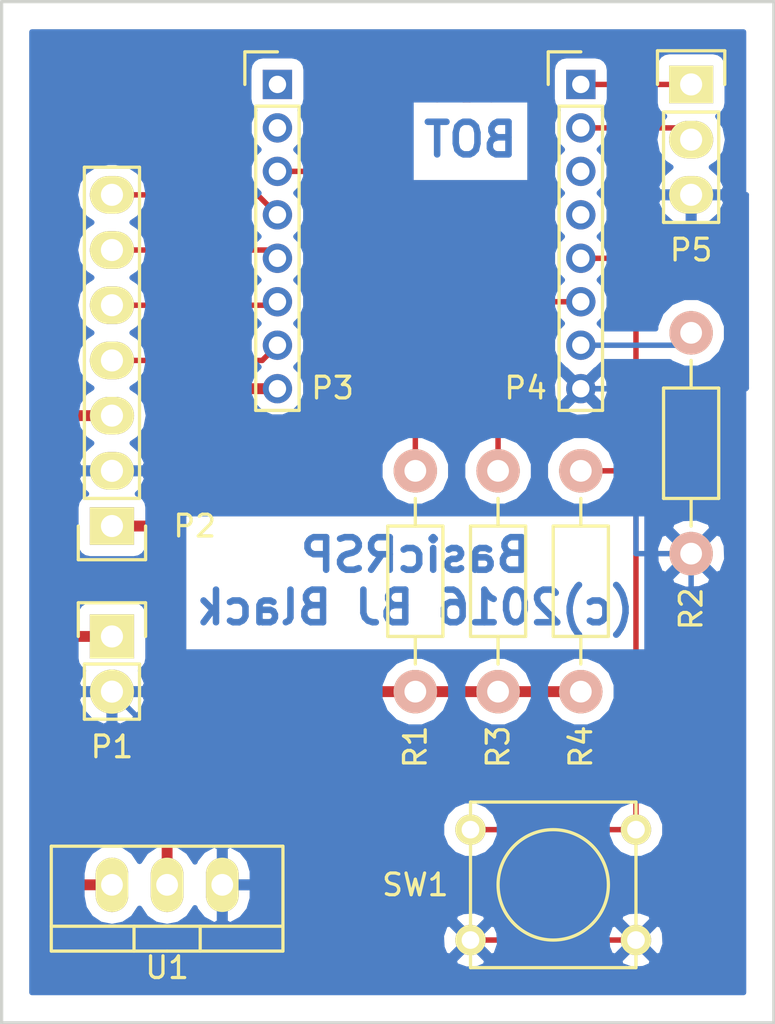
<source format=kicad_pcb>
(kicad_pcb (version 4) (host pcbnew 4.0.4+dfsg1-stable)

  (general
    (links 26)
    (no_connects 0)
    (area 106.604999 73.584999 142.315001 120.725001)
    (thickness 1.6)
    (drawings 7)
    (tracks 53)
    (zones 0)
    (modules 11)
    (nets 18)
  )

  (page A4)
  (layers
    (0 F.Cu signal)
    (31 B.Cu signal)
    (32 B.Adhes user)
    (33 F.Adhes user)
    (34 B.Paste user)
    (35 F.Paste user)
    (36 B.SilkS user)
    (37 F.SilkS user)
    (38 B.Mask user)
    (39 F.Mask user)
    (40 Dwgs.User user)
    (41 Cmts.User user)
    (42 Eco1.User user)
    (43 Eco2.User user)
    (44 Edge.Cuts user)
    (45 Margin user)
    (46 B.CrtYd user)
    (47 F.CrtYd user)
    (48 B.Fab user)
    (49 F.Fab user)
  )

  (setup
    (last_trace_width 0.25)
    (trace_clearance 0.2)
    (zone_clearance 0.508)
    (zone_45_only no)
    (trace_min 0.2)
    (segment_width 0.2)
    (edge_width 0.15)
    (via_size 0.6)
    (via_drill 0.4)
    (via_min_size 0.4)
    (via_min_drill 0.3)
    (uvia_size 0.3)
    (uvia_drill 0.1)
    (uvias_allowed no)
    (uvia_min_size 0.2)
    (uvia_min_drill 0.1)
    (pcb_text_width 0.3)
    (pcb_text_size 1.5 1.5)
    (mod_edge_width 0.15)
    (mod_text_size 1 1)
    (mod_text_width 0.15)
    (pad_size 1.524 1.524)
    (pad_drill 0.762)
    (pad_to_mask_clearance 0.2)
    (aux_axis_origin 106.68 73.66)
    (visible_elements FFFEFF7F)
    (pcbplotparams
      (layerselection 0x010e0_80000001)
      (usegerberextensions false)
      (excludeedgelayer true)
      (linewidth 0.100000)
      (plotframeref false)
      (viasonmask false)
      (mode 1)
      (useauxorigin false)
      (hpglpennumber 1)
      (hpglpenspeed 20)
      (hpglpendiameter 15)
      (hpglpenoverlay 2)
      (psnegative false)
      (psa4output false)
      (plotreference true)
      (plotvalue true)
      (plotinvisibletext false)
      (padsonsilk false)
      (subtractmaskfromsilk false)
      (outputformat 1)
      (mirror false)
      (drillshape 0)
      (scaleselection 1)
      (outputdirectory basicesp.wjblack.com.rev.1.0b))
  )

  (net 0 "")
  (net 1 +5V)
  (net 2 GND)
  (net 3 +3V3)
  (net 4 "Net-(P2-Pad4)")
  (net 5 "Net-(P2-Pad5)")
  (net 6 "Net-(P2-Pad6)")
  (net 7 "Net-(P2-Pad7)")
  (net 8 "Net-(P3-Pad1)")
  (net 9 "Net-(P3-Pad2)")
  (net 10 "Net-(P3-Pad3)")
  (net 11 "Net-(P4-Pad1)")
  (net 12 "Net-(P4-Pad2)")
  (net 13 "Net-(P4-Pad3)")
  (net 14 "Net-(P4-Pad4)")
  (net 15 "Net-(P4-Pad5)")
  (net 16 "Net-(P4-Pad6)")
  (net 17 "Net-(P4-Pad7)")

  (net_class Default "This is the default net class."
    (clearance 0.2)
    (trace_width 0.25)
    (via_dia 0.6)
    (via_drill 0.4)
    (uvia_dia 0.3)
    (uvia_drill 0.1)
    (add_net GND)
    (add_net "Net-(P2-Pad4)")
    (add_net "Net-(P2-Pad5)")
    (add_net "Net-(P2-Pad6)")
    (add_net "Net-(P2-Pad7)")
    (add_net "Net-(P3-Pad1)")
    (add_net "Net-(P3-Pad2)")
    (add_net "Net-(P3-Pad3)")
    (add_net "Net-(P4-Pad1)")
    (add_net "Net-(P4-Pad2)")
    (add_net "Net-(P4-Pad3)")
    (add_net "Net-(P4-Pad4)")
    (add_net "Net-(P4-Pad5)")
    (add_net "Net-(P4-Pad6)")
    (add_net "Net-(P4-Pad7)")
  )

  (net_class POW ""
    (clearance 0.2)
    (trace_width 0.5)
    (via_dia 0.6)
    (via_drill 0.4)
    (uvia_dia 0.3)
    (uvia_drill 0.1)
    (add_net +3V3)
    (add_net +5V)
  )

  (module TO_SOT_Packages_THT:TO-220_Neutral123_Vertical (layer F.Cu) (tedit 5852E819) (tstamp 585B89F9)
    (at 114.3 114.3 180)
    (descr "TO-220, Neutral, Vertical,")
    (tags "TO-220, Neutral, Vertical,")
    (path /5852E498)
    (fp_text reference U1 (at 0 -3.81 180) (layer F.SilkS)
      (effects (font (size 1 1) (thickness 0.15)))
    )
    (fp_text value LM1117-3.3 (at 0 3.81 180) (layer F.Fab)
      (effects (font (size 1 1) (thickness 0.15)))
    )
    (fp_line (start -1.524 -3.048) (end -1.524 -1.905) (layer F.SilkS) (width 0.15))
    (fp_line (start 1.524 -3.048) (end 1.524 -1.905) (layer F.SilkS) (width 0.15))
    (fp_line (start 5.334 -1.905) (end 5.334 1.778) (layer F.SilkS) (width 0.15))
    (fp_line (start 5.334 1.778) (end -5.334 1.778) (layer F.SilkS) (width 0.15))
    (fp_line (start -5.334 1.778) (end -5.334 -1.905) (layer F.SilkS) (width 0.15))
    (fp_line (start 5.334 -3.048) (end 5.334 -1.905) (layer F.SilkS) (width 0.15))
    (fp_line (start 5.334 -1.905) (end -5.334 -1.905) (layer F.SilkS) (width 0.15))
    (fp_line (start -5.334 -1.905) (end -5.334 -3.048) (layer F.SilkS) (width 0.15))
    (fp_line (start 0 -3.048) (end -5.334 -3.048) (layer F.SilkS) (width 0.15))
    (fp_line (start 0 -3.048) (end 5.334 -3.048) (layer F.SilkS) (width 0.15))
    (pad 2 thru_hole oval (at 0 0 270) (size 2.49936 1.50114) (drill 1.00076) (layers *.Cu *.Mask F.SilkS)
      (net 3 +3V3))
    (pad 1 thru_hole oval (at -2.54 0 270) (size 2.49936 1.50114) (drill 1.00076) (layers *.Cu *.Mask F.SilkS)
      (net 2 GND))
    (pad 3 thru_hole oval (at 2.54 0 270) (size 2.49936 1.50114) (drill 1.00076) (layers *.Cu *.Mask F.SilkS)
      (net 1 +5V))
    (model TO_SOT_Packages_THT.3dshapes/TO-220_Neutral123_Vertical.wrl
      (at (xyz 0 0 0))
      (scale (xyz 0.3937 0.3937 0.3937))
      (rotate (xyz 0 0 0))
    )
  )

  (module Pin_Headers:Pin_Header_Straight_1x02 (layer F.Cu) (tedit 58536231) (tstamp 585B89A8)
    (at 111.76 102.87)
    (descr "Through hole pin header")
    (tags "pin header")
    (path /5852E529)
    (fp_text reference P1 (at 0 5.08) (layer F.SilkS)
      (effects (font (size 1 1) (thickness 0.15)))
    )
    (fp_text value CONN_01X02 (at 2.54 -2.54) (layer F.Fab)
      (effects (font (size 1 1) (thickness 0.15)))
    )
    (fp_line (start 1.27 1.27) (end 1.27 3.81) (layer F.SilkS) (width 0.15))
    (fp_line (start 1.55 -1.55) (end 1.55 0) (layer F.SilkS) (width 0.15))
    (fp_line (start -1.75 -1.75) (end -1.75 4.3) (layer F.CrtYd) (width 0.05))
    (fp_line (start 1.75 -1.75) (end 1.75 4.3) (layer F.CrtYd) (width 0.05))
    (fp_line (start -1.75 -1.75) (end 1.75 -1.75) (layer F.CrtYd) (width 0.05))
    (fp_line (start -1.75 4.3) (end 1.75 4.3) (layer F.CrtYd) (width 0.05))
    (fp_line (start 1.27 1.27) (end -1.27 1.27) (layer F.SilkS) (width 0.15))
    (fp_line (start -1.55 0) (end -1.55 -1.55) (layer F.SilkS) (width 0.15))
    (fp_line (start -1.55 -1.55) (end 1.55 -1.55) (layer F.SilkS) (width 0.15))
    (fp_line (start -1.27 1.27) (end -1.27 3.81) (layer F.SilkS) (width 0.15))
    (fp_line (start -1.27 3.81) (end 1.27 3.81) (layer F.SilkS) (width 0.15))
    (pad 1 thru_hole rect (at 0 0) (size 2.032 2.032) (drill 1.016) (layers *.Cu *.Mask F.SilkS)
      (net 1 +5V))
    (pad 2 thru_hole oval (at 0 2.54) (size 2.032 2.032) (drill 1.016) (layers *.Cu *.Mask F.SilkS)
      (net 2 GND))
    (model Pin_Headers.3dshapes/Pin_Header_Straight_1x02.wrl
      (at (xyz 0 -0.05 0))
      (scale (xyz 1 1 1))
      (rotate (xyz 0 0 90))
    )
  )

  (module Pin_Headers:Pin_Header_Straight_1x07 (layer F.Cu) (tedit 58536227) (tstamp 585B89B3)
    (at 111.76 97.79 180)
    (descr "Through hole pin header")
    (tags "pin header")
    (path /5852EA83)
    (fp_text reference P2 (at -3.81 0 180) (layer F.SilkS)
      (effects (font (size 1 1) (thickness 0.15)))
    )
    (fp_text value CONN_01X07 (at -2.54 -3.81 180) (layer F.Fab)
      (effects (font (size 1 1) (thickness 0.15)))
    )
    (fp_line (start -1.75 -1.75) (end -1.75 17) (layer F.CrtYd) (width 0.05))
    (fp_line (start 1.75 -1.75) (end 1.75 17) (layer F.CrtYd) (width 0.05))
    (fp_line (start -1.75 -1.75) (end 1.75 -1.75) (layer F.CrtYd) (width 0.05))
    (fp_line (start -1.75 17) (end 1.75 17) (layer F.CrtYd) (width 0.05))
    (fp_line (start 1.27 1.27) (end 1.27 16.51) (layer F.SilkS) (width 0.15))
    (fp_line (start 1.27 16.51) (end -1.27 16.51) (layer F.SilkS) (width 0.15))
    (fp_line (start -1.27 16.51) (end -1.27 1.27) (layer F.SilkS) (width 0.15))
    (fp_line (start 1.55 -1.55) (end 1.55 0) (layer F.SilkS) (width 0.15))
    (fp_line (start 1.27 1.27) (end -1.27 1.27) (layer F.SilkS) (width 0.15))
    (fp_line (start -1.55 0) (end -1.55 -1.55) (layer F.SilkS) (width 0.15))
    (fp_line (start -1.55 -1.55) (end 1.55 -1.55) (layer F.SilkS) (width 0.15))
    (pad 1 thru_hole rect (at 0 0 180) (size 2.032 1.7272) (drill 1.016) (layers *.Cu *.Mask F.SilkS)
      (net 3 +3V3))
    (pad 2 thru_hole oval (at 0 2.54 180) (size 2.032 1.7272) (drill 1.016) (layers *.Cu *.Mask F.SilkS)
      (net 2 GND))
    (pad 3 thru_hole oval (at 0 5.08 180) (size 2.032 1.7272) (drill 1.016) (layers *.Cu *.Mask F.SilkS)
      (net 1 +5V))
    (pad 4 thru_hole oval (at 0 7.62 180) (size 2.032 1.7272) (drill 1.016) (layers *.Cu *.Mask F.SilkS)
      (net 4 "Net-(P2-Pad4)"))
    (pad 5 thru_hole oval (at 0 10.16 180) (size 2.032 1.7272) (drill 1.016) (layers *.Cu *.Mask F.SilkS)
      (net 5 "Net-(P2-Pad5)"))
    (pad 6 thru_hole oval (at 0 12.7 180) (size 2.032 1.7272) (drill 1.016) (layers *.Cu *.Mask F.SilkS)
      (net 6 "Net-(P2-Pad6)"))
    (pad 7 thru_hole oval (at 0 15.24 180) (size 2.032 1.7272) (drill 1.016) (layers *.Cu *.Mask F.SilkS)
      (net 7 "Net-(P2-Pad7)"))
    (model Pin_Headers.3dshapes/Pin_Header_Straight_1x07.wrl
      (at (xyz 0 -0.3 0))
      (scale (xyz 1 1 1))
      (rotate (xyz 0 0 90))
    )
  )

  (module Pin_Headers:Pin_Header_Straight_1x08_Pitch2.00mm (layer F.Cu) (tedit 5852ECEE) (tstamp 585B89BF)
    (at 119.38 77.47)
    (descr "Through hole pin header, 1x08, 2.00mm pitch, single row")
    (tags "pin header single row")
    (path /5852E088)
    (fp_text reference P3 (at 2.54 13.97) (layer F.SilkS)
      (effects (font (size 1 1) (thickness 0.15)))
    )
    (fp_text value CONN_01X08 (at 0 2.54) (layer F.Fab)
      (effects (font (size 1 1) (thickness 0.15)))
    )
    (fp_line (start -1 1) (end 1 1) (layer F.SilkS) (width 0.15))
    (fp_line (start 1 1) (end 1 15) (layer F.SilkS) (width 0.15))
    (fp_line (start 1 15) (end -1 15) (layer F.SilkS) (width 0.15))
    (fp_line (start -1 15) (end -1 1) (layer F.SilkS) (width 0.15))
    (fp_line (start -1.6 -1.6) (end 1.6 -1.6) (layer F.CrtYd) (width 0.05))
    (fp_line (start 1.6 -1.6) (end 1.6 15.6) (layer F.CrtYd) (width 0.05))
    (fp_line (start 1.6 15.6) (end -1.6 15.6) (layer F.CrtYd) (width 0.05))
    (fp_line (start -1.6 15.6) (end -1.6 -1.6) (layer F.CrtYd) (width 0.05))
    (fp_line (start -1.5 0) (end -1.5 -1.5) (layer F.SilkS) (width 0.15))
    (fp_line (start -1.5 -1.5) (end 0 -1.5) (layer F.SilkS) (width 0.15))
    (pad 1 thru_hole rect (at 0 0) (size 1.35 1.35) (drill 0.8) (layers *.Cu *.Mask)
      (net 8 "Net-(P3-Pad1)"))
    (pad 2 thru_hole circle (at 0 2) (size 1.35 1.35) (drill 0.8) (layers *.Cu *.Mask)
      (net 9 "Net-(P3-Pad2)"))
    (pad 3 thru_hole circle (at 0 4) (size 1.35 1.35) (drill 0.8) (layers *.Cu *.Mask)
      (net 10 "Net-(P3-Pad3)"))
    (pad 4 thru_hole circle (at 0 6) (size 1.35 1.35) (drill 0.8) (layers *.Cu *.Mask)
      (net 7 "Net-(P2-Pad7)"))
    (pad 5 thru_hole circle (at 0 8) (size 1.35 1.35) (drill 0.8) (layers *.Cu *.Mask)
      (net 6 "Net-(P2-Pad6)"))
    (pad 6 thru_hole circle (at 0 10) (size 1.35 1.35) (drill 0.8) (layers *.Cu *.Mask)
      (net 5 "Net-(P2-Pad5)"))
    (pad 7 thru_hole circle (at 0 12) (size 1.35 1.35) (drill 0.8) (layers *.Cu *.Mask)
      (net 4 "Net-(P2-Pad4)"))
    (pad 8 thru_hole circle (at 0 14) (size 1.35 1.35) (drill 0.8) (layers *.Cu *.Mask)
      (net 3 +3V3))
    (model Pin_Headers.3dshapes/Pin_Header_Straight_1x08_Pitch2.00mm.wrl
      (at (xyz 0 0 0))
      (scale (xyz 1 1 1))
      (rotate (xyz 0 0 0))
    )
  )

  (module Pin_Headers:Pin_Header_Straight_1x08_Pitch2.00mm (layer F.Cu) (tedit 5852ECF2) (tstamp 585B89CB)
    (at 133.35 77.47)
    (descr "Through hole pin header, 1x08, 2.00mm pitch, single row")
    (tags "pin header single row")
    (path /5852E1E7)
    (fp_text reference P4 (at -2.54 13.97) (layer F.SilkS)
      (effects (font (size 1 1) (thickness 0.15)))
    )
    (fp_text value CONN_01X08 (at 0 7.62) (layer F.Fab)
      (effects (font (size 1 1) (thickness 0.15)))
    )
    (fp_line (start -1 1) (end 1 1) (layer F.SilkS) (width 0.15))
    (fp_line (start 1 1) (end 1 15) (layer F.SilkS) (width 0.15))
    (fp_line (start 1 15) (end -1 15) (layer F.SilkS) (width 0.15))
    (fp_line (start -1 15) (end -1 1) (layer F.SilkS) (width 0.15))
    (fp_line (start -1.6 -1.6) (end 1.6 -1.6) (layer F.CrtYd) (width 0.05))
    (fp_line (start 1.6 -1.6) (end 1.6 15.6) (layer F.CrtYd) (width 0.05))
    (fp_line (start 1.6 15.6) (end -1.6 15.6) (layer F.CrtYd) (width 0.05))
    (fp_line (start -1.6 15.6) (end -1.6 -1.6) (layer F.CrtYd) (width 0.05))
    (fp_line (start -1.5 0) (end -1.5 -1.5) (layer F.SilkS) (width 0.15))
    (fp_line (start -1.5 -1.5) (end 0 -1.5) (layer F.SilkS) (width 0.15))
    (pad 1 thru_hole rect (at 0 0) (size 1.35 1.35) (drill 0.8) (layers *.Cu *.Mask)
      (net 11 "Net-(P4-Pad1)"))
    (pad 2 thru_hole circle (at 0 2) (size 1.35 1.35) (drill 0.8) (layers *.Cu *.Mask)
      (net 12 "Net-(P4-Pad2)"))
    (pad 3 thru_hole circle (at 0 4) (size 1.35 1.35) (drill 0.8) (layers *.Cu *.Mask)
      (net 13 "Net-(P4-Pad3)"))
    (pad 4 thru_hole circle (at 0 6) (size 1.35 1.35) (drill 0.8) (layers *.Cu *.Mask)
      (net 14 "Net-(P4-Pad4)"))
    (pad 5 thru_hole circle (at 0 8) (size 1.35 1.35) (drill 0.8) (layers *.Cu *.Mask)
      (net 15 "Net-(P4-Pad5)"))
    (pad 6 thru_hole circle (at 0 10) (size 1.35 1.35) (drill 0.8) (layers *.Cu *.Mask)
      (net 16 "Net-(P4-Pad6)"))
    (pad 7 thru_hole circle (at 0 12) (size 1.35 1.35) (drill 0.8) (layers *.Cu *.Mask)
      (net 17 "Net-(P4-Pad7)"))
    (pad 8 thru_hole circle (at 0 14) (size 1.35 1.35) (drill 0.8) (layers *.Cu *.Mask)
      (net 2 GND))
    (model Pin_Headers.3dshapes/Pin_Header_Straight_1x08_Pitch2.00mm.wrl
      (at (xyz 0 0 0))
      (scale (xyz 1 1 1))
      (rotate (xyz 0 0 0))
    )
  )

  (module Pin_Headers:Pin_Header_Straight_1x03 (layer F.Cu) (tedit 5852ECF6) (tstamp 585B89D2)
    (at 138.43 77.47)
    (descr "Through hole pin header")
    (tags "pin header")
    (path /5852EE41)
    (fp_text reference P5 (at 0 7.62) (layer F.SilkS)
      (effects (font (size 1 1) (thickness 0.15)))
    )
    (fp_text value CONN_01X03 (at -2.54 3.81) (layer F.Fab)
      (effects (font (size 1 1) (thickness 0.15)))
    )
    (fp_line (start -1.75 -1.75) (end -1.75 6.85) (layer F.CrtYd) (width 0.05))
    (fp_line (start 1.75 -1.75) (end 1.75 6.85) (layer F.CrtYd) (width 0.05))
    (fp_line (start -1.75 -1.75) (end 1.75 -1.75) (layer F.CrtYd) (width 0.05))
    (fp_line (start -1.75 6.85) (end 1.75 6.85) (layer F.CrtYd) (width 0.05))
    (fp_line (start -1.27 1.27) (end -1.27 6.35) (layer F.SilkS) (width 0.15))
    (fp_line (start -1.27 6.35) (end 1.27 6.35) (layer F.SilkS) (width 0.15))
    (fp_line (start 1.27 6.35) (end 1.27 1.27) (layer F.SilkS) (width 0.15))
    (fp_line (start 1.55 -1.55) (end 1.55 0) (layer F.SilkS) (width 0.15))
    (fp_line (start 1.27 1.27) (end -1.27 1.27) (layer F.SilkS) (width 0.15))
    (fp_line (start -1.55 0) (end -1.55 -1.55) (layer F.SilkS) (width 0.15))
    (fp_line (start -1.55 -1.55) (end 1.55 -1.55) (layer F.SilkS) (width 0.15))
    (pad 1 thru_hole rect (at 0 0) (size 2.032 1.7272) (drill 1.016) (layers *.Cu *.Mask F.SilkS)
      (net 11 "Net-(P4-Pad1)"))
    (pad 2 thru_hole oval (at 0 2.54) (size 2.032 1.7272) (drill 1.016) (layers *.Cu *.Mask F.SilkS)
      (net 12 "Net-(P4-Pad2)"))
    (pad 3 thru_hole oval (at 0 5.08) (size 2.032 1.7272) (drill 1.016) (layers *.Cu *.Mask F.SilkS)
      (net 2 GND))
    (model Pin_Headers.3dshapes/Pin_Header_Straight_1x03.wrl
      (at (xyz 0 -0.1 0))
      (scale (xyz 1 1 1))
      (rotate (xyz 0 0 90))
    )
  )

  (module Resistors_ThroughHole:Resistor_Horizontal_RM10mm (layer F.Cu) (tedit 5852E7F3) (tstamp 585B89D8)
    (at 125.73 105.41 90)
    (descr "Resistor, Axial,  RM 10mm, 1/3W")
    (tags "Resistor Axial RM 10mm 1/3W")
    (path /5852ECFD)
    (fp_text reference R1 (at -2.54 0 90) (layer F.SilkS)
      (effects (font (size 1 1) (thickness 0.15)))
    )
    (fp_text value 4.7k (at 5.08 3.81 90) (layer F.Fab)
      (effects (font (size 1 1) (thickness 0.15)))
    )
    (fp_line (start -1.25 -1.5) (end 11.4 -1.5) (layer F.CrtYd) (width 0.05))
    (fp_line (start -1.25 1.5) (end -1.25 -1.5) (layer F.CrtYd) (width 0.05))
    (fp_line (start 11.4 -1.5) (end 11.4 1.5) (layer F.CrtYd) (width 0.05))
    (fp_line (start -1.25 1.5) (end 11.4 1.5) (layer F.CrtYd) (width 0.05))
    (fp_line (start 2.54 -1.27) (end 7.62 -1.27) (layer F.SilkS) (width 0.15))
    (fp_line (start 7.62 -1.27) (end 7.62 1.27) (layer F.SilkS) (width 0.15))
    (fp_line (start 7.62 1.27) (end 2.54 1.27) (layer F.SilkS) (width 0.15))
    (fp_line (start 2.54 1.27) (end 2.54 -1.27) (layer F.SilkS) (width 0.15))
    (fp_line (start 2.54 0) (end 1.27 0) (layer F.SilkS) (width 0.15))
    (fp_line (start 7.62 0) (end 8.89 0) (layer F.SilkS) (width 0.15))
    (pad 1 thru_hole circle (at 0 0 90) (size 1.99898 1.99898) (drill 1.00076) (layers *.Cu *.SilkS *.Mask)
      (net 3 +3V3))
    (pad 2 thru_hole circle (at 10.16 0 90) (size 1.99898 1.99898) (drill 1.00076) (layers *.Cu *.SilkS *.Mask)
      (net 10 "Net-(P3-Pad3)"))
    (model Resistors_ThroughHole.3dshapes/Resistor_Horizontal_RM10mm.wrl
      (at (xyz 0.2 0 0))
      (scale (xyz 0.4 0.4 0.4))
      (rotate (xyz 0 0 0))
    )
  )

  (module Resistors_ThroughHole:Resistor_Horizontal_RM10mm (layer F.Cu) (tedit 5852EAD0) (tstamp 585B89DE)
    (at 138.43 88.9 270)
    (descr "Resistor, Axial,  RM 10mm, 1/3W")
    (tags "Resistor Axial RM 10mm 1/3W")
    (path /5852F0ED)
    (fp_text reference R2 (at 12.7 0 270) (layer F.SilkS)
      (effects (font (size 1 1) (thickness 0.15)))
    )
    (fp_text value 4.7k (at 5.08 3.81 270) (layer F.Fab)
      (effects (font (size 1 1) (thickness 0.15)))
    )
    (fp_line (start -1.25 -1.5) (end 11.4 -1.5) (layer F.CrtYd) (width 0.05))
    (fp_line (start -1.25 1.5) (end -1.25 -1.5) (layer F.CrtYd) (width 0.05))
    (fp_line (start 11.4 -1.5) (end 11.4 1.5) (layer F.CrtYd) (width 0.05))
    (fp_line (start -1.25 1.5) (end 11.4 1.5) (layer F.CrtYd) (width 0.05))
    (fp_line (start 2.54 -1.27) (end 7.62 -1.27) (layer F.SilkS) (width 0.15))
    (fp_line (start 7.62 -1.27) (end 7.62 1.27) (layer F.SilkS) (width 0.15))
    (fp_line (start 7.62 1.27) (end 2.54 1.27) (layer F.SilkS) (width 0.15))
    (fp_line (start 2.54 1.27) (end 2.54 -1.27) (layer F.SilkS) (width 0.15))
    (fp_line (start 2.54 0) (end 1.27 0) (layer F.SilkS) (width 0.15))
    (fp_line (start 7.62 0) (end 8.89 0) (layer F.SilkS) (width 0.15))
    (pad 1 thru_hole circle (at 0 0 270) (size 1.99898 1.99898) (drill 1.00076) (layers *.Cu *.SilkS *.Mask)
      (net 17 "Net-(P4-Pad7)"))
    (pad 2 thru_hole circle (at 10.16 0 270) (size 1.99898 1.99898) (drill 1.00076) (layers *.Cu *.SilkS *.Mask)
      (net 2 GND))
    (model Resistors_ThroughHole.3dshapes/Resistor_Horizontal_RM10mm.wrl
      (at (xyz 0.2 0 0))
      (scale (xyz 0.4 0.4 0.4))
      (rotate (xyz 0 0 0))
    )
  )

  (module Resistors_ThroughHole:Resistor_Horizontal_RM10mm (layer F.Cu) (tedit 5852E7FA) (tstamp 585B89E4)
    (at 129.54 95.25 270)
    (descr "Resistor, Axial,  RM 10mm, 1/3W")
    (tags "Resistor Axial RM 10mm 1/3W")
    (path /5852F2F3)
    (fp_text reference R3 (at 12.7 0 270) (layer F.SilkS)
      (effects (font (size 1 1) (thickness 0.15)))
    )
    (fp_text value 4.7k (at 5.08 3.81 270) (layer F.Fab)
      (effects (font (size 1 1) (thickness 0.15)))
    )
    (fp_line (start -1.25 -1.5) (end 11.4 -1.5) (layer F.CrtYd) (width 0.05))
    (fp_line (start -1.25 1.5) (end -1.25 -1.5) (layer F.CrtYd) (width 0.05))
    (fp_line (start 11.4 -1.5) (end 11.4 1.5) (layer F.CrtYd) (width 0.05))
    (fp_line (start -1.25 1.5) (end 11.4 1.5) (layer F.CrtYd) (width 0.05))
    (fp_line (start 2.54 -1.27) (end 7.62 -1.27) (layer F.SilkS) (width 0.15))
    (fp_line (start 7.62 -1.27) (end 7.62 1.27) (layer F.SilkS) (width 0.15))
    (fp_line (start 7.62 1.27) (end 2.54 1.27) (layer F.SilkS) (width 0.15))
    (fp_line (start 2.54 1.27) (end 2.54 -1.27) (layer F.SilkS) (width 0.15))
    (fp_line (start 2.54 0) (end 1.27 0) (layer F.SilkS) (width 0.15))
    (fp_line (start 7.62 0) (end 8.89 0) (layer F.SilkS) (width 0.15))
    (pad 1 thru_hole circle (at 0 0 270) (size 1.99898 1.99898) (drill 1.00076) (layers *.Cu *.SilkS *.Mask)
      (net 16 "Net-(P4-Pad6)"))
    (pad 2 thru_hole circle (at 10.16 0 270) (size 1.99898 1.99898) (drill 1.00076) (layers *.Cu *.SilkS *.Mask)
      (net 3 +3V3))
    (model Resistors_ThroughHole.3dshapes/Resistor_Horizontal_RM10mm.wrl
      (at (xyz 0.2 0 0))
      (scale (xyz 0.4 0.4 0.4))
      (rotate (xyz 0 0 0))
    )
  )

  (module Resistors_ThroughHole:Resistor_Horizontal_RM10mm (layer F.Cu) (tedit 5852E7FD) (tstamp 585B89EA)
    (at 133.35 95.25 270)
    (descr "Resistor, Axial,  RM 10mm, 1/3W")
    (tags "Resistor Axial RM 10mm 1/3W")
    (path /5852F345)
    (fp_text reference R4 (at 12.7 0 270) (layer F.SilkS)
      (effects (font (size 1 1) (thickness 0.15)))
    )
    (fp_text value 4.7k (at 5.08 3.81 270) (layer F.Fab)
      (effects (font (size 1 1) (thickness 0.15)))
    )
    (fp_line (start -1.25 -1.5) (end 11.4 -1.5) (layer F.CrtYd) (width 0.05))
    (fp_line (start -1.25 1.5) (end -1.25 -1.5) (layer F.CrtYd) (width 0.05))
    (fp_line (start 11.4 -1.5) (end 11.4 1.5) (layer F.CrtYd) (width 0.05))
    (fp_line (start -1.25 1.5) (end 11.4 1.5) (layer F.CrtYd) (width 0.05))
    (fp_line (start 2.54 -1.27) (end 7.62 -1.27) (layer F.SilkS) (width 0.15))
    (fp_line (start 7.62 -1.27) (end 7.62 1.27) (layer F.SilkS) (width 0.15))
    (fp_line (start 7.62 1.27) (end 2.54 1.27) (layer F.SilkS) (width 0.15))
    (fp_line (start 2.54 1.27) (end 2.54 -1.27) (layer F.SilkS) (width 0.15))
    (fp_line (start 2.54 0) (end 1.27 0) (layer F.SilkS) (width 0.15))
    (fp_line (start 7.62 0) (end 8.89 0) (layer F.SilkS) (width 0.15))
    (pad 1 thru_hole circle (at 0 0 270) (size 1.99898 1.99898) (drill 1.00076) (layers *.Cu *.SilkS *.Mask)
      (net 15 "Net-(P4-Pad5)"))
    (pad 2 thru_hole circle (at 10.16 0 270) (size 1.99898 1.99898) (drill 1.00076) (layers *.Cu *.SilkS *.Mask)
      (net 3 +3V3))
    (model Resistors_ThroughHole.3dshapes/Resistor_Horizontal_RM10mm.wrl
      (at (xyz 0.2 0 0))
      (scale (xyz 0.4 0.4 0.4))
      (rotate (xyz 0 0 0))
    )
  )

  (module Buttons_Switches_ThroughHole:SW_PUSH_SMALL (layer F.Cu) (tedit 5852EAD8) (tstamp 585B89F2)
    (at 132.08 114.3)
    (path /5852EF75)
    (fp_text reference SW1 (at -6.35 0) (layer F.SilkS)
      (effects (font (size 1 1) (thickness 0.15)))
    )
    (fp_text value SW_PUSH_SMALL_H (at 0 1.016) (layer F.Fab)
      (effects (font (size 1 1) (thickness 0.15)))
    )
    (fp_circle (center 0 0) (end 0 -2.54) (layer F.SilkS) (width 0.15))
    (fp_line (start -3.81 -3.81) (end 3.81 -3.81) (layer F.SilkS) (width 0.15))
    (fp_line (start 3.81 -3.81) (end 3.81 3.81) (layer F.SilkS) (width 0.15))
    (fp_line (start 3.81 3.81) (end -3.81 3.81) (layer F.SilkS) (width 0.15))
    (fp_line (start -3.81 -3.81) (end -3.81 3.81) (layer F.SilkS) (width 0.15))
    (pad 1 thru_hole circle (at 3.81 -2.54) (size 1.397 1.397) (drill 0.8128) (layers *.Cu *.Mask F.SilkS)
      (net 15 "Net-(P4-Pad5)"))
    (pad 2 thru_hole circle (at 3.81 2.54) (size 1.397 1.397) (drill 0.8128) (layers *.Cu *.Mask F.SilkS)
      (net 2 GND))
    (pad 1 thru_hole circle (at -3.81 -2.54) (size 1.397 1.397) (drill 0.8128) (layers *.Cu *.Mask F.SilkS)
      (net 15 "Net-(P4-Pad5)"))
    (pad 2 thru_hole circle (at -3.81 2.54) (size 1.397 1.397) (drill 0.8128) (layers *.Cu *.Mask F.SilkS)
      (net 2 GND))
  )

  (gr_line (start 106.68 120.65) (end 106.68 73.66) (angle 90) (layer Edge.Cuts) (width 0.15))
  (gr_line (start 142.24 120.65) (end 106.68 120.65) (angle 90) (layer Edge.Cuts) (width 0.15))
  (gr_line (start 142.24 73.66) (end 142.24 120.65) (angle 90) (layer Edge.Cuts) (width 0.15))
  (gr_line (start 106.68 73.66) (end 142.24 73.66) (angle 90) (layer Edge.Cuts) (width 0.15))
  (gr_text "BasicRSP\n(c)2016 BJ Black" (at 125.73 100.33) (layer B.Cu)
    (effects (font (size 1.5 1.5) (thickness 0.3)) (justify mirror))
  )
  (gr_text BOT (at 128.27 80.01) (layer B.Cu)
    (effects (font (size 1.5 1.5) (thickness 0.3)) (justify mirror))
  )
  (gr_text TOP (at 128.27 77.47) (layer F.Cu)
    (effects (font (size 1.5 1.5) (thickness 0.3)))
  )

  (segment (start 109.22 102.87) (end 109.22 114.3) (width 0.5) (layer F.Cu) (net 1))
  (segment (start 109.22 114.3) (end 111.76 114.3) (width 0.5) (layer F.Cu) (net 1) (tstamp 585B8CDC))
  (segment (start 111.76 92.71) (end 109.22 92.71) (width 0.5) (layer F.Cu) (net 1))
  (segment (start 109.22 92.71) (end 109.22 102.87) (width 0.5) (layer F.Cu) (net 1) (tstamp 585B8BF3))
  (segment (start 109.22 102.87) (end 111.76 102.87) (width 0.5) (layer F.Cu) (net 1) (tstamp 585B8BF4))
  (segment (start 133.35 91.47) (end 140.94 91.47) (width 0.25) (layer B.Cu) (net 2))
  (segment (start 140.97 82.55) (end 138.43 82.55) (width 0.25) (layer B.Cu) (net 2) (tstamp 585B8C3D))
  (segment (start 140.97 91.44) (end 140.97 82.55) (width 0.25) (layer B.Cu) (net 2) (tstamp 585B8C3C))
  (segment (start 140.94 91.47) (end 140.97 91.44) (width 0.25) (layer B.Cu) (net 2) (tstamp 585B8C3B))
  (segment (start 138.43 99.06) (end 135.89 99.06) (width 0.25) (layer B.Cu) (net 2))
  (segment (start 135.86 91.47) (end 133.35 91.47) (width 0.25) (layer B.Cu) (net 2) (tstamp 585B8C2D))
  (segment (start 135.89 91.44) (end 135.86 91.47) (width 0.25) (layer B.Cu) (net 2) (tstamp 585B8C2C))
  (segment (start 135.89 99.06) (end 135.89 91.44) (width 0.25) (layer B.Cu) (net 2) (tstamp 585B8C2B))
  (segment (start 119.38 107.95) (end 114.3 107.95) (width 0.25) (layer B.Cu) (net 2))
  (segment (start 114.3 107.95) (end 111.76 105.41) (width 0.25) (layer B.Cu) (net 2) (tstamp 585B8C1B))
  (segment (start 128.27 116.84) (end 119.38 107.95) (width 0.25) (layer B.Cu) (net 2))
  (segment (start 138.43 99.06) (end 138.43 114.3) (width 0.25) (layer B.Cu) (net 2))
  (segment (start 138.43 114.3) (end 135.89 116.84) (width 0.25) (layer B.Cu) (net 2) (tstamp 585B8C15))
  (segment (start 128.27 116.84) (end 135.89 116.84) (width 0.25) (layer F.Cu) (net 2))
  (segment (start 125.73 105.41) (end 114.3 105.41) (width 0.5) (layer F.Cu) (net 3))
  (segment (start 114.3 97.79) (end 114.3 91.44) (width 0.5) (layer F.Cu) (net 3))
  (segment (start 114.3 91.44) (end 114.33 91.47) (width 0.5) (layer F.Cu) (net 3) (tstamp 585B8CE3))
  (segment (start 114.33 91.47) (end 119.38 91.47) (width 0.5) (layer F.Cu) (net 3) (tstamp 585B8CE4))
  (segment (start 114.3 114.3) (end 114.3 105.41) (width 0.5) (layer F.Cu) (net 3))
  (segment (start 114.3 105.41) (end 114.3 97.79) (width 0.5) (layer F.Cu) (net 3) (tstamp 585B8CEB))
  (segment (start 114.3 97.79) (end 111.76 97.79) (width 0.5) (layer F.Cu) (net 3) (tstamp 585B8CE1))
  (segment (start 129.54 105.41) (end 133.35 105.41) (width 0.5) (layer F.Cu) (net 3))
  (segment (start 125.73 105.41) (end 129.54 105.41) (width 0.5) (layer F.Cu) (net 3))
  (segment (start 111.76 90.17) (end 118.68 90.17) (width 0.25) (layer F.Cu) (net 4))
  (segment (start 118.68 90.17) (end 119.38 89.47) (width 0.25) (layer F.Cu) (net 4) (tstamp 585B8BF0))
  (segment (start 111.76 87.63) (end 119.22 87.63) (width 0.25) (layer F.Cu) (net 5))
  (segment (start 119.22 87.63) (end 119.38 87.47) (width 0.25) (layer F.Cu) (net 5) (tstamp 585B8BED))
  (segment (start 111.76 85.09) (end 119 85.09) (width 0.25) (layer F.Cu) (net 6))
  (segment (start 119 85.09) (end 119.38 85.47) (width 0.25) (layer F.Cu) (net 6) (tstamp 585B8BEA))
  (segment (start 111.76 82.55) (end 118.46 82.55) (width 0.25) (layer F.Cu) (net 7))
  (segment (start 118.46 82.55) (end 119.38 83.47) (width 0.25) (layer F.Cu) (net 7) (tstamp 585B8BE7))
  (segment (start 119.38 81.47) (end 124.65 81.47) (width 0.25) (layer F.Cu) (net 10))
  (segment (start 125.73 82.55) (end 125.73 95.25) (width 0.25) (layer F.Cu) (net 10) (tstamp 585B8C04))
  (segment (start 124.65 81.47) (end 125.73 82.55) (width 0.25) (layer F.Cu) (net 10) (tstamp 585B8C03))
  (segment (start 133.35 77.47) (end 138.43 77.47) (width 0.25) (layer F.Cu) (net 11))
  (segment (start 133.35 79.47) (end 137.89 79.47) (width 0.25) (layer F.Cu) (net 12))
  (segment (start 137.89 79.47) (end 138.43 80.01) (width 0.25) (layer F.Cu) (net 12) (tstamp 585B8C45))
  (segment (start 135.89 95.25) (end 135.89 111.76) (width 0.25) (layer F.Cu) (net 15))
  (segment (start 133.35 95.25) (end 135.89 95.25) (width 0.25) (layer F.Cu) (net 15))
  (segment (start 135 85.47) (end 133.35 85.47) (width 0.25) (layer F.Cu) (net 15) (tstamp 585B8C0D))
  (segment (start 135.89 86.36) (end 135 85.47) (width 0.25) (layer F.Cu) (net 15) (tstamp 585B8C0C))
  (segment (start 135.89 95.25) (end 135.89 86.36) (width 0.25) (layer F.Cu) (net 15) (tstamp 585B8C0B))
  (segment (start 128.27 111.76) (end 135.89 111.76) (width 0.25) (layer F.Cu) (net 15))
  (segment (start 129.54 95.25) (end 129.54 87.63) (width 0.25) (layer F.Cu) (net 16))
  (segment (start 129.7 87.47) (end 133.35 87.47) (width 0.25) (layer F.Cu) (net 16) (tstamp 585B8C08))
  (segment (start 129.54 87.63) (end 129.7 87.47) (width 0.25) (layer F.Cu) (net 16) (tstamp 585B8C07))
  (segment (start 133.35 89.47) (end 137.86 89.47) (width 0.25) (layer B.Cu) (net 17))
  (segment (start 137.86 89.47) (end 138.43 88.9) (width 0.25) (layer B.Cu) (net 17) (tstamp 585B8C12))

  (zone (net 2) (net_name GND) (layer B.Cu) (tstamp 585B8CAD) (hatch edge 0.508)
    (connect_pads (clearance 0.508))
    (min_thickness 0.254)
    (fill yes (arc_segments 16) (thermal_gap 0.508) (thermal_bridge_width 0.508))
    (polygon
      (pts
        (xy 140.97 119.38) (xy 107.95 119.38) (xy 107.95 74.93) (xy 140.97 74.93)
      )
    )
    (filled_polygon
      (pts
        (xy 140.843 119.253) (xy 108.077 119.253) (xy 108.077 117.774188) (xy 127.515417 117.774188) (xy 127.577071 118.0098)
        (xy 128.07748 118.185927) (xy 128.607199 118.157148) (xy 128.962929 118.0098) (xy 129.024583 117.774188) (xy 135.135417 117.774188)
        (xy 135.197071 118.0098) (xy 135.69748 118.185927) (xy 136.227199 118.157148) (xy 136.582929 118.0098) (xy 136.644583 117.774188)
        (xy 135.89 117.019605) (xy 135.135417 117.774188) (xy 129.024583 117.774188) (xy 128.27 117.019605) (xy 127.515417 117.774188)
        (xy 108.077 117.774188) (xy 108.077 116.64748) (xy 126.924073 116.64748) (xy 126.952852 117.177199) (xy 127.1002 117.532929)
        (xy 127.335812 117.594583) (xy 128.090395 116.84) (xy 128.449605 116.84) (xy 129.204188 117.594583) (xy 129.4398 117.532929)
        (xy 129.615927 117.03252) (xy 129.595009 116.64748) (xy 134.544073 116.64748) (xy 134.572852 117.177199) (xy 134.7202 117.532929)
        (xy 134.955812 117.594583) (xy 135.710395 116.84) (xy 136.069605 116.84) (xy 136.824188 117.594583) (xy 137.0598 117.532929)
        (xy 137.235927 117.03252) (xy 137.207148 116.502801) (xy 137.0598 116.147071) (xy 136.824188 116.085417) (xy 136.069605 116.84)
        (xy 135.710395 116.84) (xy 134.955812 116.085417) (xy 134.7202 116.147071) (xy 134.544073 116.64748) (xy 129.595009 116.64748)
        (xy 129.587148 116.502801) (xy 129.4398 116.147071) (xy 129.204188 116.085417) (xy 128.449605 116.84) (xy 128.090395 116.84)
        (xy 127.335812 116.085417) (xy 127.1002 116.147071) (xy 126.924073 116.64748) (xy 108.077 116.64748) (xy 108.077 113.763967)
        (xy 110.37443 113.763967) (xy 110.37443 114.836033) (xy 110.4799 115.366268) (xy 110.780254 115.815779) (xy 111.229765 116.116133)
        (xy 111.76 116.221603) (xy 112.290235 116.116133) (xy 112.739746 115.815779) (xy 113.03 115.381384) (xy 113.320254 115.815779)
        (xy 113.769765 116.116133) (xy 114.3 116.221603) (xy 114.830235 116.116133) (xy 115.279746 115.815779) (xy 115.5801 115.366268)
        (xy 115.58195 115.356968) (xy 115.608501 115.446677) (xy 115.950056 115.868658) (xy 116.427097 116.12781) (xy 116.498725 116.141993)
        (xy 116.713 116.019339) (xy 116.713 114.427) (xy 116.967 114.427) (xy 116.967 116.019339) (xy 117.181275 116.141993)
        (xy 117.252903 116.12781) (xy 117.661551 115.905812) (xy 127.515417 115.905812) (xy 128.27 116.660395) (xy 129.024583 115.905812)
        (xy 135.135417 115.905812) (xy 135.89 116.660395) (xy 136.644583 115.905812) (xy 136.582929 115.6702) (xy 136.08252 115.494073)
        (xy 135.552801 115.522852) (xy 135.197071 115.6702) (xy 135.135417 115.905812) (xy 129.024583 115.905812) (xy 128.962929 115.6702)
        (xy 128.46252 115.494073) (xy 127.932801 115.522852) (xy 127.577071 115.6702) (xy 127.515417 115.905812) (xy 117.661551 115.905812)
        (xy 117.729944 115.868658) (xy 118.071499 115.446677) (xy 118.22557 114.92611) (xy 118.22557 114.427) (xy 116.967 114.427)
        (xy 116.713 114.427) (xy 116.693 114.427) (xy 116.693 114.173) (xy 116.713 114.173) (xy 116.713 112.580661)
        (xy 116.967 112.580661) (xy 116.967 114.173) (xy 118.22557 114.173) (xy 118.22557 113.67389) (xy 118.071499 113.153323)
        (xy 117.729944 112.731342) (xy 117.252903 112.47219) (xy 117.181275 112.458007) (xy 116.967 112.580661) (xy 116.713 112.580661)
        (xy 116.498725 112.458007) (xy 116.427097 112.47219) (xy 115.950056 112.731342) (xy 115.608501 113.153323) (xy 115.58195 113.243032)
        (xy 115.5801 113.233732) (xy 115.279746 112.784221) (xy 114.830235 112.483867) (xy 114.3 112.378397) (xy 113.769765 112.483867)
        (xy 113.320254 112.784221) (xy 113.03 113.218616) (xy 112.739746 112.784221) (xy 112.290235 112.483867) (xy 111.76 112.378397)
        (xy 111.229765 112.483867) (xy 110.780254 112.784221) (xy 110.4799 113.233732) (xy 110.37443 113.763967) (xy 108.077 113.763967)
        (xy 108.077 112.024086) (xy 126.936269 112.024086) (xy 127.138854 112.51438) (xy 127.513647 112.889827) (xy 128.003587 113.093268)
        (xy 128.534086 113.093731) (xy 129.02438 112.891146) (xy 129.399827 112.516353) (xy 129.603268 112.026413) (xy 129.60327 112.024086)
        (xy 134.556269 112.024086) (xy 134.758854 112.51438) (xy 135.133647 112.889827) (xy 135.623587 113.093268) (xy 136.154086 113.093731)
        (xy 136.64438 112.891146) (xy 137.019827 112.516353) (xy 137.223268 112.026413) (xy 137.223731 111.495914) (xy 137.021146 111.00562)
        (xy 136.646353 110.630173) (xy 136.156413 110.426732) (xy 135.625914 110.426269) (xy 135.13562 110.628854) (xy 134.760173 111.003647)
        (xy 134.556732 111.493587) (xy 134.556269 112.024086) (xy 129.60327 112.024086) (xy 129.603731 111.495914) (xy 129.401146 111.00562)
        (xy 129.026353 110.630173) (xy 128.536413 110.426732) (xy 128.005914 110.426269) (xy 127.51562 110.628854) (xy 127.140173 111.003647)
        (xy 126.936732 111.493587) (xy 126.936269 112.024086) (xy 108.077 112.024086) (xy 108.077 105.792944) (xy 110.154025 105.792944)
        (xy 110.353615 106.274818) (xy 110.791621 106.747188) (xy 111.377054 107.015983) (xy 111.633 106.897367) (xy 111.633 105.537)
        (xy 111.887 105.537) (xy 111.887 106.897367) (xy 112.142946 107.015983) (xy 112.728379 106.747188) (xy 113.166385 106.274818)
        (xy 113.365975 105.792944) (xy 113.338395 105.733694) (xy 124.095226 105.733694) (xy 124.343538 106.334655) (xy 124.802927 106.794846)
        (xy 125.403453 107.044206) (xy 126.053694 107.044774) (xy 126.654655 106.796462) (xy 127.114846 106.337073) (xy 127.364206 105.736547)
        (xy 127.364208 105.733694) (xy 127.905226 105.733694) (xy 128.153538 106.334655) (xy 128.612927 106.794846) (xy 129.213453 107.044206)
        (xy 129.863694 107.044774) (xy 130.464655 106.796462) (xy 130.924846 106.337073) (xy 131.174206 105.736547) (xy 131.174208 105.733694)
        (xy 131.715226 105.733694) (xy 131.963538 106.334655) (xy 132.422927 106.794846) (xy 133.023453 107.044206) (xy 133.673694 107.044774)
        (xy 134.274655 106.796462) (xy 134.734846 106.337073) (xy 134.984206 105.736547) (xy 134.984774 105.086306) (xy 134.736462 104.485345)
        (xy 134.277073 104.025154) (xy 133.676547 103.775794) (xy 133.026306 103.775226) (xy 132.425345 104.023538) (xy 131.965154 104.482927)
        (xy 131.715794 105.083453) (xy 131.715226 105.733694) (xy 131.174208 105.733694) (xy 131.174774 105.086306) (xy 130.926462 104.485345)
        (xy 130.467073 104.025154) (xy 129.866547 103.775794) (xy 129.216306 103.775226) (xy 128.615345 104.023538) (xy 128.155154 104.482927)
        (xy 127.905794 105.083453) (xy 127.905226 105.733694) (xy 127.364208 105.733694) (xy 127.364774 105.086306) (xy 127.116462 104.485345)
        (xy 126.657073 104.025154) (xy 126.056547 103.775794) (xy 125.406306 103.775226) (xy 124.805345 104.023538) (xy 124.345154 104.482927)
        (xy 124.095794 105.083453) (xy 124.095226 105.733694) (xy 113.338395 105.733694) (xy 113.246836 105.537) (xy 111.887 105.537)
        (xy 111.633 105.537) (xy 110.273164 105.537) (xy 110.154025 105.792944) (xy 108.077 105.792944) (xy 108.077 101.854)
        (xy 110.09656 101.854) (xy 110.09656 103.886) (xy 110.140838 104.121317) (xy 110.27991 104.337441) (xy 110.442948 104.44884)
        (xy 110.353615 104.545182) (xy 110.154025 105.027056) (xy 110.273164 105.283) (xy 111.633 105.283) (xy 111.633 105.263)
        (xy 111.887 105.263) (xy 111.887 105.283) (xy 113.246836 105.283) (xy 113.365975 105.027056) (xy 113.166385 104.545182)
        (xy 113.075903 104.447602) (xy 113.227441 104.35009) (xy 113.372431 104.13789) (xy 113.42344 103.886) (xy 113.42344 101.854)
        (xy 113.379162 101.618683) (xy 113.24009 101.402559) (xy 113.02789 101.257569) (xy 112.776 101.20656) (xy 110.744 101.20656)
        (xy 110.508683 101.250838) (xy 110.292559 101.38991) (xy 110.147569 101.60211) (xy 110.09656 101.854) (xy 108.077 101.854)
        (xy 108.077 96.9264) (xy 110.09656 96.9264) (xy 110.09656 98.6536) (xy 110.140838 98.888917) (xy 110.27991 99.105041)
        (xy 110.49211 99.250031) (xy 110.744 99.30104) (xy 112.776 99.30104) (xy 113.011317 99.256762) (xy 113.227441 99.11769)
        (xy 113.372431 98.90549) (xy 113.42344 98.6536) (xy 113.42344 97.22) (xy 115.059287 97.22) (xy 115.059287 103.59)
        (xy 136.400713 103.59) (xy 136.400713 100.212163) (xy 137.457443 100.212163) (xy 137.556042 100.478965) (xy 138.165582 100.705401)
        (xy 138.815377 100.681341) (xy 139.303958 100.478965) (xy 139.402557 100.212163) (xy 138.43 99.239605) (xy 137.457443 100.212163)
        (xy 136.400713 100.212163) (xy 136.400713 98.795582) (xy 136.784599 98.795582) (xy 136.808659 99.445377) (xy 137.011035 99.933958)
        (xy 137.277837 100.032557) (xy 138.250395 99.06) (xy 138.609605 99.06) (xy 139.582163 100.032557) (xy 139.848965 99.933958)
        (xy 140.075401 99.324418) (xy 140.051341 98.674623) (xy 139.848965 98.186042) (xy 139.582163 98.087443) (xy 138.609605 99.06)
        (xy 138.250395 99.06) (xy 137.277837 98.087443) (xy 137.011035 98.186042) (xy 136.784599 98.795582) (xy 136.400713 98.795582)
        (xy 136.400713 97.907837) (xy 137.457443 97.907837) (xy 138.43 98.880395) (xy 139.402557 97.907837) (xy 139.303958 97.641035)
        (xy 138.694418 97.414599) (xy 138.044623 97.438659) (xy 137.556042 97.641035) (xy 137.457443 97.907837) (xy 136.400713 97.907837)
        (xy 136.400713 97.22) (xy 115.059287 97.22) (xy 113.42344 97.22) (xy 113.42344 96.9264) (xy 113.379162 96.691083)
        (xy 113.24009 96.474959) (xy 113.02789 96.329969) (xy 112.933073 96.310768) (xy 113.110732 96.152036) (xy 113.364709 95.624791)
        (xy 113.367358 95.609026) (xy 113.348912 95.573694) (xy 124.095226 95.573694) (xy 124.343538 96.174655) (xy 124.802927 96.634846)
        (xy 125.403453 96.884206) (xy 126.053694 96.884774) (xy 126.654655 96.636462) (xy 127.114846 96.177073) (xy 127.364206 95.576547)
        (xy 127.364208 95.573694) (xy 127.905226 95.573694) (xy 128.153538 96.174655) (xy 128.612927 96.634846) (xy 129.213453 96.884206)
        (xy 129.863694 96.884774) (xy 130.464655 96.636462) (xy 130.924846 96.177073) (xy 131.174206 95.576547) (xy 131.174208 95.573694)
        (xy 131.715226 95.573694) (xy 131.963538 96.174655) (xy 132.422927 96.634846) (xy 133.023453 96.884206) (xy 133.673694 96.884774)
        (xy 134.274655 96.636462) (xy 134.734846 96.177073) (xy 134.984206 95.576547) (xy 134.984774 94.926306) (xy 134.736462 94.325345)
        (xy 134.277073 93.865154) (xy 133.676547 93.615794) (xy 133.026306 93.615226) (xy 132.425345 93.863538) (xy 131.965154 94.322927)
        (xy 131.715794 94.923453) (xy 131.715226 95.573694) (xy 131.174208 95.573694) (xy 131.174774 94.926306) (xy 130.926462 94.325345)
        (xy 130.467073 93.865154) (xy 129.866547 93.615794) (xy 129.216306 93.615226) (xy 128.615345 93.863538) (xy 128.155154 94.322927)
        (xy 127.905794 94.923453) (xy 127.905226 95.573694) (xy 127.364208 95.573694) (xy 127.364774 94.926306) (xy 127.116462 94.325345)
        (xy 126.657073 93.865154) (xy 126.056547 93.615794) (xy 125.406306 93.615226) (xy 124.805345 93.863538) (xy 124.345154 94.322927)
        (xy 124.095794 94.923453) (xy 124.095226 95.573694) (xy 113.348912 95.573694) (xy 113.246217 95.377) (xy 111.887 95.377)
        (xy 111.887 95.397) (xy 111.633 95.397) (xy 111.633 95.377) (xy 110.273783 95.377) (xy 110.152642 95.609026)
        (xy 110.155291 95.624791) (xy 110.409268 96.152036) (xy 110.584845 96.308907) (xy 110.508683 96.323238) (xy 110.292559 96.46231)
        (xy 110.147569 96.67451) (xy 110.09656 96.9264) (xy 108.077 96.9264) (xy 108.077 82.55) (xy 110.076655 82.55)
        (xy 110.190729 83.123489) (xy 110.515585 83.60967) (xy 110.830366 83.82) (xy 110.515585 84.03033) (xy 110.190729 84.516511)
        (xy 110.076655 85.09) (xy 110.190729 85.663489) (xy 110.515585 86.14967) (xy 110.830366 86.36) (xy 110.515585 86.57033)
        (xy 110.190729 87.056511) (xy 110.076655 87.63) (xy 110.190729 88.203489) (xy 110.515585 88.68967) (xy 110.830366 88.9)
        (xy 110.515585 89.11033) (xy 110.190729 89.596511) (xy 110.076655 90.17) (xy 110.190729 90.743489) (xy 110.515585 91.22967)
        (xy 110.830366 91.44) (xy 110.515585 91.65033) (xy 110.190729 92.136511) (xy 110.076655 92.71) (xy 110.190729 93.283489)
        (xy 110.515585 93.76967) (xy 110.825069 93.976461) (xy 110.409268 94.347964) (xy 110.155291 94.875209) (xy 110.152642 94.890974)
        (xy 110.273783 95.123) (xy 111.633 95.123) (xy 111.633 95.103) (xy 111.887 95.103) (xy 111.887 95.123)
        (xy 113.246217 95.123) (xy 113.367358 94.890974) (xy 113.364709 94.875209) (xy 113.110732 94.347964) (xy 112.694931 93.976461)
        (xy 113.004415 93.76967) (xy 113.329271 93.283489) (xy 113.443345 92.71) (xy 113.329271 92.136511) (xy 113.004415 91.65033)
        (xy 112.689634 91.44) (xy 113.004415 91.22967) (xy 113.329271 90.743489) (xy 113.443345 90.17) (xy 113.329271 89.596511)
        (xy 113.004415 89.11033) (xy 112.689634 88.9) (xy 113.004415 88.68967) (xy 113.329271 88.203489) (xy 113.443345 87.63)
        (xy 113.329271 87.056511) (xy 113.004415 86.57033) (xy 112.689634 86.36) (xy 113.004415 86.14967) (xy 113.329271 85.663489)
        (xy 113.443345 85.09) (xy 113.329271 84.516511) (xy 113.004415 84.03033) (xy 112.689634 83.82) (xy 113.004415 83.60967)
        (xy 113.329271 83.123489) (xy 113.443345 82.55) (xy 113.329271 81.976511) (xy 113.004415 81.49033) (xy 112.518234 81.165474)
        (xy 111.944745 81.0514) (xy 111.575255 81.0514) (xy 111.001766 81.165474) (xy 110.515585 81.49033) (xy 110.190729 81.976511)
        (xy 110.076655 82.55) (xy 108.077 82.55) (xy 108.077 76.795) (xy 118.05756 76.795) (xy 118.05756 78.145)
        (xy 118.101838 78.380317) (xy 118.24091 78.596441) (xy 118.335858 78.661316) (xy 118.270084 78.726976) (xy 118.070228 79.208282)
        (xy 118.069774 79.729432) (xy 118.268789 80.211086) (xy 118.52738 80.470129) (xy 118.270084 80.726976) (xy 118.070228 81.208282)
        (xy 118.069774 81.729432) (xy 118.268789 82.211086) (xy 118.52738 82.470129) (xy 118.270084 82.726976) (xy 118.070228 83.208282)
        (xy 118.069774 83.729432) (xy 118.268789 84.211086) (xy 118.52738 84.470129) (xy 118.270084 84.726976) (xy 118.070228 85.208282)
        (xy 118.069774 85.729432) (xy 118.268789 86.211086) (xy 118.52738 86.470129) (xy 118.270084 86.726976) (xy 118.070228 87.208282)
        (xy 118.069774 87.729432) (xy 118.268789 88.211086) (xy 118.52738 88.470129) (xy 118.270084 88.726976) (xy 118.070228 89.208282)
        (xy 118.069774 89.729432) (xy 118.268789 90.211086) (xy 118.52738 90.470129) (xy 118.270084 90.726976) (xy 118.070228 91.208282)
        (xy 118.069774 91.729432) (xy 118.268789 92.211086) (xy 118.636976 92.579916) (xy 119.118282 92.779772) (xy 119.639432 92.780226)
        (xy 120.121086 92.581211) (xy 120.315488 92.387147) (xy 132.612458 92.387147) (xy 132.671219 92.620328) (xy 133.1631 92.792522)
        (xy 133.683434 92.763375) (xy 134.028781 92.620328) (xy 134.087542 92.387147) (xy 133.35 91.649605) (xy 132.612458 92.387147)
        (xy 120.315488 92.387147) (xy 120.489916 92.213024) (xy 120.689772 91.731718) (xy 120.690162 91.2831) (xy 132.027478 91.2831)
        (xy 132.056625 91.803434) (xy 132.199672 92.148781) (xy 132.432853 92.207542) (xy 133.170395 91.47) (xy 133.529605 91.47)
        (xy 134.267147 92.207542) (xy 134.500328 92.148781) (xy 134.672522 91.6569) (xy 134.643375 91.136566) (xy 134.500328 90.791219)
        (xy 134.267147 90.732458) (xy 133.529605 91.47) (xy 133.170395 91.47) (xy 132.432853 90.732458) (xy 132.199672 90.791219)
        (xy 132.027478 91.2831) (xy 120.690162 91.2831) (xy 120.690226 91.210568) (xy 120.491211 90.728914) (xy 120.23262 90.469871)
        (xy 120.489916 90.213024) (xy 120.689772 89.731718) (xy 120.690226 89.210568) (xy 120.491211 88.728914) (xy 120.23262 88.469871)
        (xy 120.489916 88.213024) (xy 120.689772 87.731718) (xy 120.690226 87.210568) (xy 120.491211 86.728914) (xy 120.23262 86.469871)
        (xy 120.489916 86.213024) (xy 120.689772 85.731718) (xy 120.690226 85.210568) (xy 120.491211 84.728914) (xy 120.23262 84.469871)
        (xy 120.489916 84.213024) (xy 120.689772 83.731718) (xy 120.690226 83.210568) (xy 120.491211 82.728914) (xy 120.23262 82.469871)
        (xy 120.489916 82.213024) (xy 120.689772 81.731718) (xy 120.690226 81.210568) (xy 120.491211 80.728914) (xy 120.23262 80.469871)
        (xy 120.489916 80.213024) (xy 120.689772 79.731718) (xy 120.690226 79.210568) (xy 120.491211 78.728914) (xy 120.424337 78.661923)
        (xy 120.506441 78.60909) (xy 120.651431 78.39689) (xy 120.696364 78.175) (xy 125.527857 78.175) (xy 125.527857 81.995)
        (xy 131.012143 81.995) (xy 131.012143 78.175) (xy 125.527857 78.175) (xy 120.696364 78.175) (xy 120.70244 78.145)
        (xy 120.70244 76.795) (xy 132.02756 76.795) (xy 132.02756 78.145) (xy 132.071838 78.380317) (xy 132.21091 78.596441)
        (xy 132.305858 78.661316) (xy 132.240084 78.726976) (xy 132.040228 79.208282) (xy 132.039774 79.729432) (xy 132.238789 80.211086)
        (xy 132.49738 80.470129) (xy 132.240084 80.726976) (xy 132.040228 81.208282) (xy 132.039774 81.729432) (xy 132.238789 82.211086)
        (xy 132.49738 82.470129) (xy 132.240084 82.726976) (xy 132.040228 83.208282) (xy 132.039774 83.729432) (xy 132.238789 84.211086)
        (xy 132.49738 84.470129) (xy 132.240084 84.726976) (xy 132.040228 85.208282) (xy 132.039774 85.729432) (xy 132.238789 86.211086)
        (xy 132.49738 86.470129) (xy 132.240084 86.726976) (xy 132.040228 87.208282) (xy 132.039774 87.729432) (xy 132.238789 88.211086)
        (xy 132.49738 88.470129) (xy 132.240084 88.726976) (xy 132.040228 89.208282) (xy 132.039774 89.729432) (xy 132.238789 90.211086)
        (xy 132.606976 90.579916) (xy 132.662631 90.603026) (xy 133.35 91.290395) (xy 134.036721 90.603674) (xy 134.091086 90.581211)
        (xy 134.44291 90.23) (xy 137.448177 90.23) (xy 137.502927 90.284846) (xy 138.103453 90.534206) (xy 138.753694 90.534774)
        (xy 139.354655 90.286462) (xy 139.814846 89.827073) (xy 140.064206 89.226547) (xy 140.064774 88.576306) (xy 139.816462 87.975345)
        (xy 139.357073 87.515154) (xy 138.756547 87.265794) (xy 138.106306 87.265226) (xy 137.505345 87.513538) (xy 137.045154 87.972927)
        (xy 136.795794 88.573453) (xy 136.795675 88.71) (xy 134.44233 88.71) (xy 134.20262 88.469871) (xy 134.459916 88.213024)
        (xy 134.659772 87.731718) (xy 134.660226 87.210568) (xy 134.461211 86.728914) (xy 134.20262 86.469871) (xy 134.459916 86.213024)
        (xy 134.659772 85.731718) (xy 134.660226 85.210568) (xy 134.461211 84.728914) (xy 134.20262 84.469871) (xy 134.459916 84.213024)
        (xy 134.659772 83.731718) (xy 134.660226 83.210568) (xy 134.535632 82.909026) (xy 136.822642 82.909026) (xy 136.825291 82.924791)
        (xy 137.079268 83.452036) (xy 137.51568 83.841954) (xy 138.068087 84.035184) (xy 138.303 83.890924) (xy 138.303 82.677)
        (xy 138.557 82.677) (xy 138.557 83.890924) (xy 138.791913 84.035184) (xy 139.34432 83.841954) (xy 139.780732 83.452036)
        (xy 140.034709 82.924791) (xy 140.037358 82.909026) (xy 139.916217 82.677) (xy 138.557 82.677) (xy 138.303 82.677)
        (xy 136.943783 82.677) (xy 136.822642 82.909026) (xy 134.535632 82.909026) (xy 134.461211 82.728914) (xy 134.20262 82.469871)
        (xy 134.459916 82.213024) (xy 134.659772 81.731718) (xy 134.660226 81.210568) (xy 134.461211 80.728914) (xy 134.20262 80.469871)
        (xy 134.459916 80.213024) (xy 134.544219 80.01) (xy 136.746655 80.01) (xy 136.860729 80.583489) (xy 137.185585 81.06967)
        (xy 137.495069 81.276461) (xy 137.079268 81.647964) (xy 136.825291 82.175209) (xy 136.822642 82.190974) (xy 136.943783 82.423)
        (xy 138.303 82.423) (xy 138.303 82.403) (xy 138.557 82.403) (xy 138.557 82.423) (xy 139.916217 82.423)
        (xy 140.037358 82.190974) (xy 140.034709 82.175209) (xy 139.780732 81.647964) (xy 139.364931 81.276461) (xy 139.674415 81.06967)
        (xy 139.999271 80.583489) (xy 140.113345 80.01) (xy 139.999271 79.436511) (xy 139.674415 78.95033) (xy 139.660087 78.940757)
        (xy 139.681317 78.936762) (xy 139.897441 78.79769) (xy 140.042431 78.58549) (xy 140.09344 78.3336) (xy 140.09344 76.6064)
        (xy 140.049162 76.371083) (xy 139.91009 76.154959) (xy 139.69789 76.009969) (xy 139.446 75.95896) (xy 137.414 75.95896)
        (xy 137.178683 76.003238) (xy 136.962559 76.14231) (xy 136.817569 76.35451) (xy 136.76656 76.6064) (xy 136.76656 78.3336)
        (xy 136.810838 78.568917) (xy 136.94991 78.785041) (xy 137.16211 78.930031) (xy 137.203439 78.9384) (xy 137.185585 78.95033)
        (xy 136.860729 79.436511) (xy 136.746655 80.01) (xy 134.544219 80.01) (xy 134.659772 79.731718) (xy 134.660226 79.210568)
        (xy 134.461211 78.728914) (xy 134.394337 78.661923) (xy 134.476441 78.60909) (xy 134.621431 78.39689) (xy 134.67244 78.145)
        (xy 134.67244 76.795) (xy 134.628162 76.559683) (xy 134.48909 76.343559) (xy 134.27689 76.198569) (xy 134.025 76.14756)
        (xy 132.675 76.14756) (xy 132.439683 76.191838) (xy 132.223559 76.33091) (xy 132.078569 76.54311) (xy 132.02756 76.795)
        (xy 120.70244 76.795) (xy 120.658162 76.559683) (xy 120.51909 76.343559) (xy 120.30689 76.198569) (xy 120.055 76.14756)
        (xy 118.705 76.14756) (xy 118.469683 76.191838) (xy 118.253559 76.33091) (xy 118.108569 76.54311) (xy 118.05756 76.795)
        (xy 108.077 76.795) (xy 108.077 75.057) (xy 140.843 75.057)
      )
    )
  )
)

</source>
